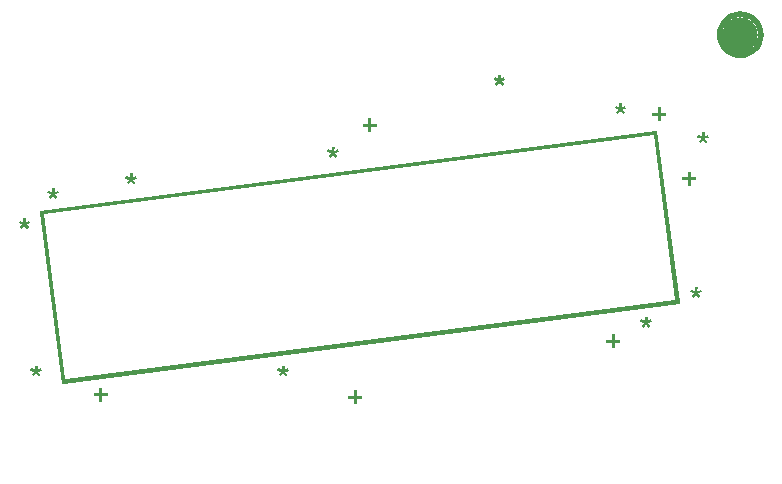
<source format=gbl>
G04*
G04 #@! TF.GenerationSoftware,Altium Limited,Altium Designer,23.3.1 (30)*
G04*
G04 Layer_Physical_Order=2*
G04 Layer_Color=16711680*
%FSLAX44Y44*%
%MOMM*%
G71*
G04*
G04 #@! TF.SameCoordinates,9821F40D-38B2-4F82-885C-9BFABF201401*
G04*
G04*
G04 #@! TF.FilePolarity,Positive*
G04*
G01*
G75*
%ADD12C,3.0000*%
G36*
X726550Y432593D02*
X730284Y431460D01*
X733726Y429621D01*
X736742Y427145D01*
X739217Y424129D01*
X741057Y420687D01*
X742189Y416953D01*
X742572Y413070D01*
X742189Y409187D01*
X741057Y405453D01*
X739217Y402011D01*
X736742Y398995D01*
X733726Y396519D01*
X730284Y394680D01*
X726550Y393547D01*
X722667Y393165D01*
X718783Y393547D01*
X715049Y394680D01*
X711608Y396519D01*
X708591Y398995D01*
X706116Y402011D01*
X704277Y405453D01*
X703144Y409187D01*
X702761Y413070D01*
X703144Y416953D01*
X704277Y420687D01*
X706116Y424129D01*
X708591Y427145D01*
X711608Y429621D01*
X715049Y431460D01*
X718783Y432593D01*
X722667Y432975D01*
X726550Y432593D01*
D02*
G37*
G36*
X519898Y375815D02*
X519903Y375801D01*
X519902Y375787D01*
X519911Y375777D01*
X519916Y375765D01*
X519929Y375759D01*
X519939Y375749D01*
X519952Y375748D01*
X519963Y375743D01*
X519977Y375748D01*
X519991Y375748D01*
X522928Y376906D01*
X523727Y374600D01*
X520700Y373820D01*
X520690Y373812D01*
X520677Y373809D01*
X520669Y373797D01*
X520658Y373788D01*
X520656Y373775D01*
X520649Y373764D01*
X520653Y373750D01*
X520651Y373736D01*
X520659Y373726D01*
X520662Y373713D01*
X522510Y371201D01*
X520612Y369808D01*
X518837Y372459D01*
X518825Y372466D01*
X518817Y372478D01*
X518804Y372480D01*
X518793Y372488D01*
X518779Y372485D01*
X518766Y372488D01*
X518755Y372480D01*
X518741Y372478D01*
X518733Y372466D01*
X518722Y372459D01*
X516970Y369831D01*
X515074Y371225D01*
X516899Y373713D01*
X516902Y373725D01*
X516910Y373735D01*
X516908Y373750D01*
X516911Y373764D01*
X516904Y373775D01*
X516903Y373787D01*
X516891Y373796D01*
X516884Y373809D01*
X516871Y373812D01*
X516861Y373820D01*
X513905Y374623D01*
X514681Y376906D01*
X517567Y375748D01*
X517582Y375748D01*
X517595Y375743D01*
X517607Y375748D01*
X517619Y375748D01*
X517630Y375759D01*
X517643Y375765D01*
X517647Y375777D01*
X517656Y375786D01*
X517656Y375801D01*
X517661Y375815D01*
X517520Y378986D01*
X520040D01*
X519898Y375815D01*
D02*
G37*
G36*
X622389Y351694D02*
X622394Y351680D01*
X622394Y351666D01*
X622403Y351656D01*
X622407Y351645D01*
X622420Y351638D01*
X622430Y351628D01*
X622443Y351628D01*
X622454Y351622D01*
X622468Y351627D01*
X622483Y351627D01*
X625419Y352785D01*
X626219Y350479D01*
X623192Y349699D01*
X623181Y349691D01*
X623168Y349688D01*
X623161Y349676D01*
X623150Y349667D01*
X623148Y349654D01*
X623141Y349643D01*
X623144Y349629D01*
X623142Y349615D01*
X623150Y349605D01*
X623153Y349592D01*
X625001Y347080D01*
X623104Y345687D01*
X621328Y348338D01*
X621316Y348345D01*
X621309Y348357D01*
X621296Y348359D01*
X621284Y348367D01*
X621271Y348364D01*
X621257Y348367D01*
X621246Y348359D01*
X621232Y348357D01*
X621225Y348345D01*
X621214Y348338D01*
X619461Y345710D01*
X617565Y347104D01*
X619390Y349592D01*
X619393Y349604D01*
X619401Y349614D01*
X619399Y349629D01*
X619403Y349643D01*
X619396Y349654D01*
X619394Y349667D01*
X619383Y349675D01*
X619375Y349688D01*
X619363Y349691D01*
X619353Y349699D01*
X616397Y350502D01*
X617172Y352785D01*
X620058Y351627D01*
X620073Y351627D01*
X620087Y351622D01*
X620098Y351628D01*
X620111Y351628D01*
X620121Y351638D01*
X620135Y351644D01*
X620139Y351656D01*
X620148Y351665D01*
X620148Y351680D01*
X620153Y351694D01*
X620012Y354865D01*
X622532D01*
X622389Y351694D01*
D02*
G37*
G36*
X655283Y346877D02*
X655303Y346829D01*
X655352Y346809D01*
X659993D01*
Y344369D01*
X655352D01*
X655303Y344349D01*
X655283Y344300D01*
Y339629D01*
X652841D01*
Y344300D01*
X652821Y344349D01*
X652772Y344369D01*
X648131D01*
Y346809D01*
X652772D01*
X652821Y346829D01*
X652841Y346877D01*
Y351548D01*
X655283D01*
Y346877D01*
D02*
G37*
G36*
X410089Y337678D02*
X410109Y337630D01*
X410158Y337610D01*
X414799D01*
Y335170D01*
X410158D01*
X410109Y335149D01*
X410089Y335101D01*
Y330430D01*
X407647D01*
Y335101D01*
X407627Y335149D01*
X407578Y335170D01*
X402937D01*
Y337610D01*
X407578D01*
X407627Y337630D01*
X407647Y337678D01*
Y342349D01*
X410089D01*
Y337678D01*
D02*
G37*
G36*
X692422Y327121D02*
X692427Y327108D01*
X692427Y327093D01*
X692436Y327084D01*
X692440Y327072D01*
X692453Y327066D01*
X692463Y327055D01*
X692476Y327055D01*
X692487Y327049D01*
X692501Y327054D01*
X692516Y327054D01*
X695452Y328213D01*
X696252Y325906D01*
X693225Y325126D01*
X693214Y325118D01*
X693201Y325115D01*
X693194Y325103D01*
X693183Y325095D01*
X693181Y325081D01*
X693174Y325070D01*
X693177Y325056D01*
X693175Y325043D01*
X693183Y325032D01*
X693186Y325019D01*
X695034Y322507D01*
X693137Y321114D01*
X691361Y323765D01*
X691349Y323773D01*
X691342Y323784D01*
X691328Y323787D01*
X691317Y323794D01*
X691304Y323792D01*
X691290Y323794D01*
X691279Y323787D01*
X691265Y323784D01*
X691258Y323773D01*
X691246Y323765D01*
X689494Y321138D01*
X687598Y322531D01*
X689423Y325019D01*
X689426Y325032D01*
X689434Y325042D01*
X689432Y325056D01*
X689436Y325070D01*
X689429Y325081D01*
X689427Y325094D01*
X689416Y325103D01*
X689408Y325115D01*
X689396Y325118D01*
X689386Y325126D01*
X686430Y325929D01*
X687205Y328212D01*
X690091Y327054D01*
X690106Y327054D01*
X690120Y327049D01*
X690131Y327055D01*
X690144Y327055D01*
X690154Y327065D01*
X690167Y327072D01*
X690172Y327084D01*
X690181Y327093D01*
X690180Y327107D01*
X690185Y327121D01*
X690045Y330293D01*
X692565D01*
X692422Y327121D01*
D02*
G37*
G36*
X379060Y314847D02*
X379065Y314833D01*
X379064Y314818D01*
X379073Y314809D01*
X379078Y314797D01*
X379091Y314791D01*
X379101Y314781D01*
X379114Y314780D01*
X379125Y314775D01*
X379139Y314780D01*
X379154Y314780D01*
X382090Y315938D01*
X382890Y313632D01*
X379862Y312852D01*
X379852Y312844D01*
X379839Y312840D01*
X379831Y312829D01*
X379820Y312820D01*
X379818Y312807D01*
X379812Y312796D01*
X379815Y312782D01*
X379813Y312768D01*
X379821Y312757D01*
X379824Y312744D01*
X381672Y310233D01*
X379774Y308839D01*
X377999Y311491D01*
X377987Y311498D01*
X377980Y311509D01*
X377966Y311512D01*
X377955Y311520D01*
X377941Y311517D01*
X377928Y311520D01*
X377917Y311512D01*
X377903Y311509D01*
X377896Y311498D01*
X377884Y311490D01*
X376132Y308863D01*
X374236Y310257D01*
X376061Y312745D01*
X376064Y312757D01*
X376072Y312767D01*
X376070Y312782D01*
X376073Y312796D01*
X376067Y312807D01*
X376065Y312819D01*
X376053Y312828D01*
X376046Y312841D01*
X376033Y312844D01*
X376023Y312852D01*
X373067Y313654D01*
X373843Y315938D01*
X376729Y314780D01*
X376744Y314780D01*
X376758Y314775D01*
X376769Y314780D01*
X376782Y314780D01*
X376792Y314791D01*
X376805Y314797D01*
X376810Y314809D01*
X376818Y314818D01*
X376818Y314833D01*
X376823Y314847D01*
X376682Y318018D01*
X379202D01*
X379060Y314847D01*
D02*
G37*
G36*
X208087Y292349D02*
X208092Y292335D01*
X208092Y292320D01*
X208101Y292311D01*
X208105Y292299D01*
X208119Y292293D01*
X208129Y292283D01*
X208141Y292282D01*
X208153Y292277D01*
X208167Y292282D01*
X208181Y292282D01*
X211117Y293440D01*
X211917Y291134D01*
X208890Y290354D01*
X208880Y290346D01*
X208867Y290343D01*
X208859Y290331D01*
X208848Y290322D01*
X208846Y290309D01*
X208839Y290298D01*
X208843Y290284D01*
X208841Y290270D01*
X208849Y290259D01*
X208852Y290247D01*
X210700Y287735D01*
X208802Y286341D01*
X207026Y288993D01*
X207015Y289000D01*
X207007Y289012D01*
X206994Y289014D01*
X206982Y289022D01*
X206969Y289019D01*
X206956Y289022D01*
X206944Y289014D01*
X206931Y289012D01*
X206923Y289000D01*
X206912Y288993D01*
X205160Y286365D01*
X203264Y287759D01*
X205089Y290247D01*
X205091Y290259D01*
X205099Y290269D01*
X205098Y290284D01*
X205101Y290298D01*
X205094Y290309D01*
X205093Y290322D01*
X205081Y290330D01*
X205074Y290343D01*
X205061Y290346D01*
X205051Y290354D01*
X202095Y291157D01*
X202871Y293440D01*
X205757Y292282D01*
X205771Y292282D01*
X205785Y292277D01*
X205797Y292282D01*
X205809Y292283D01*
X205820Y292293D01*
X205833Y292299D01*
X205837Y292311D01*
X205846Y292320D01*
X205846Y292335D01*
X205851Y292349D01*
X205710Y295520D01*
X208230D01*
X208087Y292349D01*
D02*
G37*
G36*
X680562Y292205D02*
X680582Y292156D01*
X680631Y292136D01*
X685272D01*
Y289696D01*
X680631D01*
X680582Y289676D01*
X680562Y289627D01*
Y284957D01*
X678120D01*
Y289627D01*
X678100Y289676D01*
X678051Y289696D01*
X673410D01*
Y292136D01*
X678051D01*
X678100Y292156D01*
X678120Y292205D01*
Y296876D01*
X680562D01*
Y292205D01*
D02*
G37*
G36*
X142044Y279953D02*
X142049Y279939D01*
X142049Y279925D01*
X142058Y279916D01*
X142062Y279904D01*
X142075Y279898D01*
X142086Y279887D01*
X142098Y279887D01*
X142110Y279881D01*
X142123Y279886D01*
X142138Y279886D01*
X145074Y281045D01*
X145874Y278738D01*
X142847Y277958D01*
X142836Y277950D01*
X142823Y277947D01*
X142816Y277935D01*
X142805Y277927D01*
X142803Y277913D01*
X142796Y277902D01*
X142800Y277888D01*
X142797Y277875D01*
X142806Y277864D01*
X142809Y277851D01*
X144657Y275339D01*
X142759Y273946D01*
X140983Y276597D01*
X140972Y276605D01*
X140964Y276616D01*
X140951Y276619D01*
X140939Y276626D01*
X140926Y276624D01*
X140913Y276626D01*
X140901Y276619D01*
X140888Y276616D01*
X140880Y276605D01*
X140869Y276597D01*
X139116Y273970D01*
X137221Y275363D01*
X139045Y277851D01*
X139048Y277864D01*
X139056Y277874D01*
X139054Y277888D01*
X139058Y277902D01*
X139051Y277913D01*
X139050Y277926D01*
X139038Y277935D01*
X139031Y277947D01*
X139018Y277950D01*
X139008Y277958D01*
X136052Y278761D01*
X136827Y281044D01*
X139713Y279886D01*
X139728Y279886D01*
X139742Y279881D01*
X139754Y279887D01*
X139766Y279887D01*
X139776Y279897D01*
X139790Y279904D01*
X139794Y279916D01*
X139803Y279925D01*
X139803Y279939D01*
X139808Y279953D01*
X139667Y283125D01*
X142187D01*
X142044Y279953D01*
D02*
G37*
G36*
X117661Y254433D02*
X117666Y254419D01*
X117666Y254405D01*
X117675Y254395D01*
X117679Y254383D01*
X117692Y254377D01*
X117702Y254367D01*
X117715Y254366D01*
X117726Y254361D01*
X117740Y254366D01*
X117755Y254366D01*
X120691Y255524D01*
X121491Y253218D01*
X118464Y252438D01*
X118453Y252430D01*
X118440Y252427D01*
X118433Y252415D01*
X118422Y252406D01*
X118420Y252393D01*
X118413Y252382D01*
X118416Y252368D01*
X118414Y252354D01*
X118422Y252344D01*
X118425Y252331D01*
X120274Y249819D01*
X118376Y248426D01*
X116600Y251077D01*
X116588Y251084D01*
X116581Y251096D01*
X116567Y251098D01*
X116556Y251106D01*
X116543Y251103D01*
X116529Y251106D01*
X116518Y251098D01*
X116504Y251096D01*
X116497Y251084D01*
X116486Y251077D01*
X114733Y248449D01*
X112837Y249843D01*
X114662Y252331D01*
X114665Y252343D01*
X114673Y252353D01*
X114671Y252368D01*
X114675Y252382D01*
X114668Y252393D01*
X114666Y252405D01*
X114655Y252414D01*
X114647Y252427D01*
X114635Y252430D01*
X114625Y252438D01*
X111669Y253241D01*
X112444Y255524D01*
X115330Y254366D01*
X115345Y254366D01*
X115359Y254361D01*
X115370Y254366D01*
X115383Y254366D01*
X115393Y254377D01*
X115407Y254383D01*
X115411Y254395D01*
X115420Y254404D01*
X115419Y254419D01*
X115424Y254433D01*
X115284Y257604D01*
X117804D01*
X117661Y254433D01*
D02*
G37*
G36*
X686422Y196047D02*
X686427Y196033D01*
X686427Y196019D01*
X686435Y196010D01*
X686440Y195998D01*
X686453Y195991D01*
X686463Y195981D01*
X686476Y195981D01*
X686488Y195975D01*
X686501Y195980D01*
X686516Y195980D01*
X689452Y197139D01*
X690252Y194832D01*
X687225Y194052D01*
X687214Y194044D01*
X687201Y194041D01*
X687194Y194029D01*
X687183Y194021D01*
X687181Y194007D01*
X687174Y193996D01*
X687177Y193982D01*
X687175Y193969D01*
X687183Y193958D01*
X687186Y193945D01*
X689034Y191433D01*
X687137Y190040D01*
X685361Y192691D01*
X685349Y192699D01*
X685342Y192710D01*
X685328Y192713D01*
X685317Y192720D01*
X685304Y192718D01*
X685290Y192720D01*
X685279Y192713D01*
X685265Y192710D01*
X685258Y192699D01*
X685247Y192691D01*
X683494Y190064D01*
X681598Y191457D01*
X683423Y193945D01*
X683426Y193958D01*
X683434Y193968D01*
X683432Y193982D01*
X683436Y193996D01*
X683429Y194007D01*
X683427Y194020D01*
X683416Y194029D01*
X683408Y194041D01*
X683396Y194044D01*
X683386Y194052D01*
X680430Y194855D01*
X681205Y197138D01*
X684091Y195980D01*
X684106Y195980D01*
X684120Y195975D01*
X684131Y195981D01*
X684144Y195981D01*
X684154Y195991D01*
X684167Y195998D01*
X684172Y196009D01*
X684181Y196018D01*
X684180Y196033D01*
X684185Y196047D01*
X684045Y199219D01*
X686565D01*
X686422Y196047D01*
D02*
G37*
G36*
X644143Y171017D02*
X644148Y171003D01*
X644147Y170988D01*
X644156Y170979D01*
X644161Y170967D01*
X644174Y170961D01*
X644184Y170951D01*
X644197Y170950D01*
X644208Y170945D01*
X644222Y170950D01*
X644237Y170950D01*
X647173Y172108D01*
X647973Y169802D01*
X644946Y169022D01*
X644935Y169014D01*
X644922Y169011D01*
X644915Y168999D01*
X644903Y168990D01*
X644902Y168977D01*
X644895Y168966D01*
X644898Y168952D01*
X644896Y168938D01*
X644904Y168927D01*
X644907Y168915D01*
X646755Y166403D01*
X644858Y165009D01*
X643082Y167661D01*
X643070Y167668D01*
X643063Y167680D01*
X643049Y167682D01*
X643038Y167690D01*
X643025Y167687D01*
X643011Y167690D01*
X643000Y167682D01*
X642986Y167680D01*
X642979Y167668D01*
X642967Y167661D01*
X641215Y165033D01*
X639319Y166427D01*
X641144Y168915D01*
X641147Y168927D01*
X641155Y168937D01*
X641153Y168952D01*
X641156Y168966D01*
X641150Y168977D01*
X641148Y168989D01*
X641137Y168998D01*
X641129Y169011D01*
X641117Y169014D01*
X641106Y169022D01*
X638151Y169825D01*
X638926Y172108D01*
X641812Y170950D01*
X641827Y170950D01*
X641841Y170945D01*
X641852Y170950D01*
X641865Y170950D01*
X641875Y170961D01*
X641888Y170967D01*
X641893Y170979D01*
X641901Y170988D01*
X641901Y171003D01*
X641906Y171017D01*
X641766Y174188D01*
X644286D01*
X644143Y171017D01*
D02*
G37*
G36*
X616529Y154608D02*
X616549Y154559D01*
X616598Y154539D01*
X621239D01*
Y152099D01*
X616598D01*
X616549Y152079D01*
X616529Y152030D01*
Y147360D01*
X614087D01*
Y152030D01*
X614067Y152079D01*
X614018Y152099D01*
X609377D01*
Y154539D01*
X614018D01*
X614067Y154559D01*
X614087Y154608D01*
Y159279D01*
X616529D01*
Y154608D01*
D02*
G37*
G36*
X336832Y129674D02*
X336837Y129660D01*
X336836Y129646D01*
X336845Y129636D01*
X336850Y129624D01*
X336863Y129618D01*
X336873Y129608D01*
X336886Y129607D01*
X336897Y129602D01*
X336911Y129607D01*
X336926Y129607D01*
X339862Y130765D01*
X340662Y128459D01*
X337634Y127679D01*
X337624Y127671D01*
X337611Y127668D01*
X337603Y127656D01*
X337592Y127647D01*
X337590Y127634D01*
X337584Y127623D01*
X337587Y127609D01*
X337585Y127595D01*
X337593Y127585D01*
X337596Y127572D01*
X339444Y125060D01*
X337546Y123666D01*
X335770Y126318D01*
X335759Y126325D01*
X335752Y126337D01*
X335738Y126339D01*
X335727Y126347D01*
X335713Y126344D01*
X335700Y126347D01*
X335689Y126339D01*
X335675Y126337D01*
X335668Y126325D01*
X335656Y126318D01*
X333904Y123690D01*
X332008Y125084D01*
X333833Y127572D01*
X333836Y127584D01*
X333844Y127594D01*
X333842Y127609D01*
X333845Y127623D01*
X333839Y127634D01*
X333837Y127647D01*
X333825Y127655D01*
X333818Y127668D01*
X333805Y127671D01*
X333795Y127679D01*
X330840Y128482D01*
X331615Y130765D01*
X334501Y129607D01*
X334516Y129607D01*
X334530Y129602D01*
X334541Y129607D01*
X334553Y129607D01*
X334564Y129618D01*
X334577Y129624D01*
X334581Y129636D01*
X334590Y129645D01*
X334590Y129660D01*
X334595Y129674D01*
X334454Y132845D01*
X336974D01*
X336832Y129674D01*
D02*
G37*
G36*
X127661D02*
X127666Y129660D01*
X127666Y129646D01*
X127675Y129636D01*
X127679Y129624D01*
X127692Y129618D01*
X127702Y129608D01*
X127715Y129607D01*
X127726Y129602D01*
X127740Y129607D01*
X127755Y129607D01*
X130691Y130765D01*
X131491Y128459D01*
X128464Y127679D01*
X128453Y127671D01*
X128440Y127668D01*
X128433Y127656D01*
X128422Y127647D01*
X128420Y127634D01*
X128413Y127623D01*
X128416Y127609D01*
X128414Y127595D01*
X128422Y127585D01*
X128425Y127572D01*
X130274Y125060D01*
X128376Y123666D01*
X126600Y126318D01*
X126588Y126325D01*
X126581Y126337D01*
X126567Y126339D01*
X126556Y126347D01*
X126543Y126344D01*
X126529Y126347D01*
X126518Y126339D01*
X126504Y126337D01*
X126497Y126325D01*
X126486Y126318D01*
X124733Y123690D01*
X122837Y125084D01*
X124662Y127572D01*
X124665Y127584D01*
X124673Y127594D01*
X124671Y127609D01*
X124675Y127623D01*
X124668Y127634D01*
X124666Y127647D01*
X124655Y127655D01*
X124647Y127668D01*
X124635Y127671D01*
X124625Y127679D01*
X121669Y128482D01*
X122444Y130765D01*
X125330Y129607D01*
X125345Y129607D01*
X125359Y129602D01*
X125370Y129607D01*
X125383Y129607D01*
X125393Y129618D01*
X125407Y129624D01*
X125411Y129636D01*
X125420Y129645D01*
X125419Y129660D01*
X125424Y129674D01*
X125284Y132845D01*
X127804D01*
X127661Y129674D01*
D02*
G37*
G36*
X671303Y186811D02*
X671303Y186811D01*
X671519Y185130D01*
X150051Y117635D01*
X150051Y117635D01*
X148369Y117420D01*
X129636Y262129D01*
X129636Y262129D01*
X129421Y263810D01*
X650889Y331305D01*
X650889Y331305D01*
X652571Y331520D01*
X671303Y186811D01*
D02*
G37*
G36*
X568326Y104141D02*
D01*
X568327Y104141D01*
X568326Y104141D01*
D02*
G37*
G36*
X562903Y103660D02*
D01*
X562901D01*
X562903D01*
D02*
G37*
G36*
X563045Y103660D02*
X563040Y103660D01*
D01*
X563045Y103660D01*
D02*
G37*
G36*
X182254Y109420D02*
X182274Y109372D01*
X182323Y109352D01*
X186964D01*
Y106912D01*
X182323D01*
X182274Y106891D01*
X182254Y106843D01*
Y102172D01*
X179812D01*
Y106843D01*
X179792Y106891D01*
X179743Y106912D01*
X175102D01*
Y109352D01*
X179743D01*
X179792Y109372D01*
X179812Y109420D01*
Y114091D01*
X182254D01*
Y109420D01*
D02*
G37*
G36*
X398089Y107227D02*
X398109Y107178D01*
X398158Y107158D01*
X402799D01*
Y104718D01*
X398158D01*
X398109Y104698D01*
X398089Y104650D01*
Y99979D01*
X395647D01*
Y104650D01*
X395627Y104698D01*
X395578Y104718D01*
X390937D01*
Y107158D01*
X395578D01*
X395627Y107178D01*
X395647Y107227D01*
Y111898D01*
X398089D01*
Y107227D01*
D02*
G37*
G36*
X367411Y72479D02*
X367411Y72479D01*
D01*
X367411Y72479D01*
D02*
G37*
G36*
X345529Y68742D02*
D01*
X345529D01*
X345529D01*
D02*
G37*
G36*
X292693Y65958D02*
X292692Y65958D01*
X292693Y65958D01*
D01*
D02*
G37*
G36*
X260187Y64282D02*
D01*
X260187Y64282D01*
X260187Y64282D01*
D02*
G37*
G36*
X163953Y52734D02*
D01*
Y52737D01*
Y52734D01*
D02*
G37*
G36*
X163953Y52596D02*
Y52597D01*
D01*
Y52596D01*
D02*
G37*
G36*
X166740Y46913D02*
D01*
X166738Y46914D01*
X166740Y46913D01*
D02*
G37*
G36*
X166839Y46813D02*
X166837Y46815D01*
D01*
X166839Y46813D01*
D02*
G37*
G36*
X143983Y42342D02*
D01*
X143983D01*
X143983D01*
D02*
G37*
%LPC*%
G36*
X724144Y428070D02*
X721189D01*
X718291Y427494D01*
X715562Y426363D01*
X713105Y424721D01*
X711015Y422632D01*
X709374Y420175D01*
X708243Y417445D01*
X707667Y414547D01*
Y411593D01*
X708243Y408695D01*
X709374Y405965D01*
X711015Y403508D01*
X713105Y401419D01*
X715562Y399777D01*
X718291Y398647D01*
X721189Y398070D01*
X724144D01*
X727042Y398647D01*
X729772Y399777D01*
X732229Y401419D01*
X734318Y403508D01*
X735959Y405965D01*
X737090Y408695D01*
X737667Y411593D01*
Y414547D01*
X737090Y417445D01*
X735959Y420175D01*
X734318Y422632D01*
X732229Y424721D01*
X729772Y426363D01*
X727042Y427494D01*
X724144Y428070D01*
D02*
G37*
G36*
X649576Y327717D02*
X133284Y260893D01*
X133238Y260866D01*
X133224Y260816D01*
X151287Y121282D01*
X151313Y121237D01*
X151364Y121223D01*
X667656Y188047D01*
X667702Y188074D01*
X667716Y188124D01*
X649653Y327658D01*
X649627Y327703D01*
X649576Y327717D01*
D02*
G37*
%LPD*%
D12*
X722667Y413070D02*
D03*
M02*

</source>
